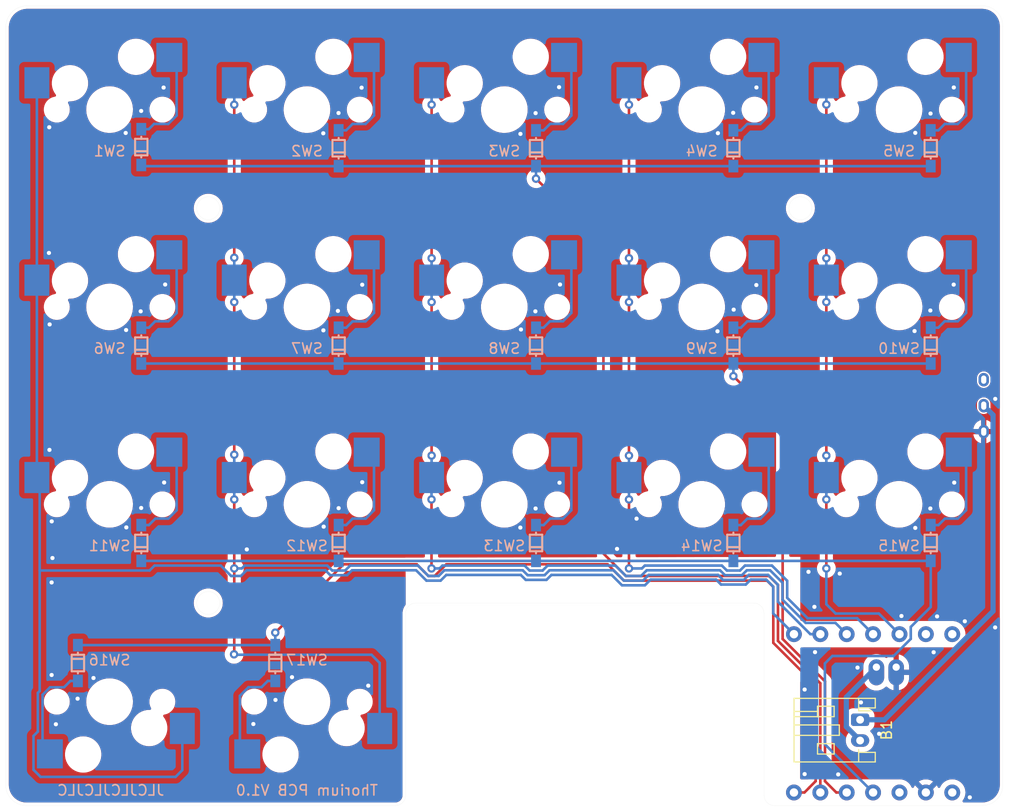
<source format=kicad_pcb>
(kicad_pcb (version 20221018) (generator pcbnew)
  (layers (0 "F.Cu" signal) (31 "B.Cu" signal) (34 "B.Paste" user) (35 "F.Paste" user) (36 "B.SilkS" user "B.Silkscreen") (37 "F.SilkS" user "F.Silkscreen") (38 "B.Mask" user) (39 "F.Mask" user) (44 "Edge.Cuts" user))
  (net 0 "")
  (net 1 "Bat")
  (net 2 "Net-(B1--)")
  (net 3 "Row0")
  (net 4 "Net-(D1-A)")
  (net 5 "Row1")
  (net 6 "Net-(D2-A)")
  (net 7 "Row2")
  (net 8 "Net-(D3-A)")
  (net 9 "Row3")
  (net 10 "Net-(D4-A)")
  (net 11 "Net-(D5-A)")
  (net 12 "Net-(D7-A)")
  (net 13 "Net-(D8-A)")
  (net 14 "Net-(D9-A)")
  (net 15 "Net-(D10-A)")
  (net 16 "Net-(D11-A)")
  (net 17 "Net-(D13-A)")
  (net 18 "Net-(D14-A)")
  (net 19 "Col0")
  (net 20 "Col1")
  (net 21 "Col2")
  (net 22 "Col3")
  (net 23 "Col4")
  (net 24 "GND")
  (net 25 "Net-(D15-A)")
  (net 26 "Net-(D16-A)")
  (net 27 "Net-(D17-A)")
  (net 28 "Net-(D6-A)")
  (net 29 "Net-(D12-A)")
  (footprint "footprint:XIAO_nRF52840_wBAT" (layer "F.Cu") (at 124.5 98.62 -90)
    (fp_text reference "U1" hide)
    (fp_text value "XIAO_nRF52840" hide)
  )
  (footprint "footprint:Diode_SMD" (layer "F.Cu") (at 56.45 91 -90)
    (fp_text reference "D17")
    (fp_text value "D" hide)
  )
  (footprint "footprint:JST_PH_S2B-PH-K_custom" (layer "F.Cu") (at 106 100.24 -90)
    (fp_text reference "B1")
    (fp_text value "BATT")
  )
  (footprint "footprint:CherryMX_Hotswap_1u_19x19" (layer "F.Cu") (at 97.5 59.5)
    (fp_text reference "SW9")
    (fp_text value "SW_PUSH" hide)
  )
  (footprint "footprint:CherryMX_Hotswap_1u_19x19" (layer "F.Cu") (at 59.5 97.5 180)
    (fp_text reference "SW17")
    (fp_text value "SW_PUSH" hide)
  )
  (footprint "footprint:CherryMX_Hotswap_1u_19x19" (layer "F.Cu") (at 40.5 40.5)
    (fp_text reference "SW1")
    (fp_text value "SW_PUSH" hide)
  )
  (footprint "footprint:CherryMX_Hotswap_1u_19x19" (layer "F.Cu") (at 59.5 59.5)
    (fp_text reference "SW7")
    (fp_text value "SW_PUSH" hide)
  )
  (footprint "footprint:CherryMX_Hotswap_1u_19x19" (layer "F.Cu") (at 78.5 59.5)
    (fp_text reference "SW8")
    (fp_text value "SW_PUSH" hide)
  )
  (footprint "footprint:CherryMX_Hotswap_1u_19x19" (layer "F.Cu") (at 78.5 78.5)
    (fp_text reference "SW13")
    (fp_text value "SW_PUSH" hide)
  )
  (footprint "footprint:TGSW_MSK-12D19" (layer "F.Cu") (at 127.4 69 -90)
    (fp_text reference "SW18")
    (fp_text value "SW_SPDT" hide)
  )
  (footprint "footprint:CherryMX_Hotswap_1u_19x19" (layer "F.Cu") (at 40.5 59.5)
    (fp_text reference "SW6")
    (fp_text value "SW_PUSH" hide)
  )
  (footprint "footprint:CherryMX_Hotswap_1u_19x19" (layer "F.Cu") (at 97.5 78.5)
    (fp_text reference "SW14")
    (fp_text value "SW_PUSH" hide)
  )
  (footprint "footprint:CherryMX_Hotswap_1u_19x19" (layer "F.Cu") (at 116.5 78.5)
    (fp_text reference "SW15")
    (fp_text value "SW_PUSH" hide)
  )
  (footprint "footprint:m2_Screw_Hole_EdgeCuts" (layer "F.Cu") (at 50 50)
    (fp_text reference "H1" hide)
    (fp_text value "MountingHole" hide)
    (fp_circle (center 0 0) (end 1.1 0) (stroke (width 0.01)) (fill none) (layer "Edge.Cuts"))
  )
  (footprint "footprint:Diode_SMD" (layer "F.Cu") (at 81.55 66 90)
    (fp_text reference "D8")
    (fp_text value "D" hide)
  )
  (footprint "footprint:CherryMX_Hotswap_1u_19x19" (layer "F.Cu") (at 59.5 78.5)
    (fp_text reference "SW12")
    (fp_text value "SW_PUSH" hide)
  )
  (footprint "footprint:m2_Screw_Hole_EdgeCuts" (layer "F.Cu") (at 50 88)
    (fp_text reference "H3" hide)
    (fp_text value "MountingHole" hide)
    (fp_circle (center 0 0) (end 1.1 0) (stroke (width 0.01)) (fill none) (layer "Edge.Cuts"))
  )
  (footprint "footprint:Diode_SMD" (layer "F.Cu") (at 100.55 47 90)
    (fp_text reference "D4")
    (fp_text value "D" hide)
  )
  (footprint "footprint:Diode_SMD" (layer "F.Cu") (at 43.55 66 90)
    (fp_text reference "D6")
    (fp_text value "D" hide)
  )
  (footprint "footprint:Diode_SMD" (layer "F.Cu") (at 43.55 46.886563 90)
    (fp_text reference "D1")
    (fp_text value "D" hide)
  )
  (footprint "footprint:Diode_SMD" (layer "F.Cu") (at 100.55 85 90)
    (fp_text reference "D14")
    (fp_text value "D" hide)
  )
  (footprint "footprint:Diode_SMD" (layer "F.Cu") (at 81.55 47 90)
    (fp_text reference "D3")
    (fp_text value "D" hide)
  )
  (footprint "footprint:Diode_SMD" (layer "F.Cu") (at 81.55 85 90)
    (fp_text reference "D13")
    (fp_text value "D" hide)
  )
  (footprint "footprint:Diode_SMD" (layer "F.Cu") (at 119.55 85 90)
    (fp_text reference "D15")
    (fp_text value "D" hide)
  )
  (footprint "footprint:CherryMX_Hotswap_1u_19x19" (layer "F.Cu") (at 116.5 59.5)
    (fp_text reference "SW10")
    (fp_text value "SW_PUSH" hide)
  )
  (footprint "footprint:Diode_SMD" (layer "F.Cu") (at 119.55 66 90)
    (fp_text reference "D10")
    (fp_text value "D" hide)
  )
  (footprint "footprint:Diode_SMD" (layer "F.Cu") (at 100.55 66 90)
    (fp_text reference "D9")
    (fp_text value "D" hide)
  )
  (footprint "footprint:Diode_SMD" (layer "F.Cu") (at 37.45 91 -90)
    (fp_text reference "D16")
    (fp_text value "D" hide)
  )
  (footprint "footprint:Diode_SMD" (layer "F.Cu") (at 62.55 47 90)
    (fp_text reference "D2")
    (fp_text value "D" hide)
  )
  (footprint "footprint:CherryMX_Hotswap_1u_19x19" (layer "F.Cu") (at 40.5 97.5 180)
    (fp_text reference "SW16")
    (fp_text value "SW_PUSH" hide)
  )
  (footprint "footprint:Diode_SMD" (layer "F.Cu") (at 43.55 85 90)
    (fp_text reference "D11")
    (fp_text value "D" hide)
  )
  (footprint "footprint:Diode_SMD" (layer "F.Cu") (at 119.55 47 90)
    (fp_text reference "D5")
    (fp_text value "D" hide)
  )
  (footprint "footprint:Diode_SMD" (layer "F.Cu") (at 62.55 85 90)
    (fp_text reference "D12")
    (fp_text value "D" hide)
  )
  (footprint "footprint:CherryMX_Hotswap_1u_19x19" (layer "F.Cu") (at 59.5 40.5)
    (fp_text reference "SW2")
    (fp_text value "SW_PUSH" hide)
  )
  (footprint "footprint:m2_Screw_Hole_EdgeCuts" (layer "F.Cu") (at 107 50)
    (fp_text reference "H2" hide)
    (fp_text value "MountingHole" hide)
    (fp_circle (center 0 0) (end 1.1 0) (stroke (width 0.01)) (fill none) (layer "Edge.Cuts"))
  )
  (footprint "footprint:CherryMX_Hotswap_1u_19x19" (layer "F.Cu") (at 40.5 78.5)
    (fp_text reference "SW11")
    (fp_text value "SW_PUSH" hide)
  )
  (footprint "footprint:CherryMX_Hotswap_1u_19x19" (layer "F.Cu") (at 116.5 40.5)
    (fp_text reference "SW5")
    (fp_text value "SW_PUSH" hide)
  )
  (footprint "footprint:Diode_SMD" (layer "F.Cu") (at 62.55 66 90)
    (fp_text reference "D7")
    (fp_text value "D" hide)
  )
  (footprint "footprint:CherryMX_Hotswap_1u_19x19" (layer "F.Cu") (at 97.5 40.5)
    (fp_text reference "SW4")
    (fp_text value "SW_PUSH" hide)
  )
  (footprint "footprint:CherryMX_Hotswap_1u_19x19" (layer "F.Cu") (at 78.5 40.5)
    (fp_text reference "SW3")
    (fp_text value "SW_PUSH" hide)
  )
  (gr_arc (start 69 106.5) (mid 68.707107 107.207107) (end 68 107.5) (stroke (width 0.01)) (layer "Edge.Cuts"))
  (gr_line (start 68 107.5) (end 32.5 107.5) (stroke (width 0.01)) (layer "Edge.Cuts"))
  (gr_line (start 124.5 30.5) (end 32.5 30.5) (stroke (width 0.01)) (layer "Edge.Cuts"))
  (gr_arc (start 102.5 88) (mid 103.207107 88.292893) (end 103.5 89) (stroke (width 0.01)) (layer "Edge.Cuts"))
  (gr_arc (start 126.5 105.5) (mid 125.91444 106.91444) (end 124.5 107.5) (stroke (width 0.01)) (layer "Edge.Cuts"))
  (gr_line (start 103.5 106.5) (end 103.5 89) (stroke (width 0.01)) (layer "Edge.Cuts"))
  (gr_line (start 126.5 32.5) (end 126.5 105.5) (stroke (width 0.01)) (layer "Edge.Cuts"))
  (gr_line (start 30.5 32.5) (end 30.5 105.5) (stroke (width 0.01)) (layer "Edge.Cuts"))
  (gr_arc (start 32.5 107.5) (mid 31.081876 106.918124) (end 30.5 105.5) (stroke (width 0.01)) (layer "Edge.Cuts"))
  (gr_line (start 102.5 88) (end 70 88) (stroke (width 0.01)) (layer "Edge.Cuts"))
  (gr_line (start 124.5 107.5) (end 104.5 107.5) (stroke (width 0.01)) (layer "Edge.Cuts"))
  (gr_line (start 69 106.5) (end 69 89) (stroke (width 0.01)) (layer "Edge.Cuts"))
  (gr_arc (start 104.5 107.5) (mid 103.792893 107.207107) (end 103.5 106.5) (stroke (width 0.01)) (layer "Edge.Cuts"))
  (gr_arc (start 124.5 30.5) (mid 125.91444 31.08556) (end 126.5 32.5) (stroke (width 0.01)) (layer "Edge.Cuts"))
  (gr_arc (start 69 89) (mid 69.292893 88.292893) (end 70 88) (stroke (width 0.01)) (layer "Edge.Cuts"))
  (gr_arc (start 30.5 32.5) (mid 31.109263 31.109263) (end 32.5 30.5) (stroke (width 0.01)) (layer "Edge.Cuts"))
  (gr_text "Thorium PCB V1.0" (at 59.49 106.03) (layer "B.SilkS") (effects (font (size 1 1)) (justify mirror)))
  (gr_text "JLCJLCJLCJLC" (at 40.61 106.03) (layer "B.SilkS") (effects (font (size 1 1)) (justify mirror)))
  (segment (start 111.425 99.915) (end 112.75 101.24) (width 0.5) (layer "B.Cu") (net 1))
  (segment (start 111.425 97.067) (end 111.425 99.915) (width 0.5) (layer "B.Cu") (net 1))
  (segment (start 114.317 94.175) (end 111.425 97.067) (width 0.5) (layer "B.Cu") (net 1))
  (segment (start 124.65 69) (end 125.55 69.9) (width 0.5) (layer "B.Cu") (net 2))
  (segment (start 115.094027 99.24) (end 112.75 99.24) (width 0.5) (layer "B.Cu") (net 2))
  (segment (start 125.55 88.784027) (end 115.094027 99.24) (width 0.5) (layer "B.Cu") (net 2))
  (segment (start 125.55 69.9) (end 125.55 88.784027) (width 0.5) (layer "B.Cu") (net 2))
  (segment (start 81.55 47.15) (end 88.04 53.64) (width 0.25) (layer "F.Cu") (net 3))
  (segment (start 103.976375 85.396375) (end 104.843 86.263) (width 0.25) (layer "F.Cu") (net 3))
  (segment (start 108.92 95.726396) (end 108.92 106.24) (width 0.25) (layer "F.Cu") (net 3))
  (segment (start 88.04 83.23668) (end 90.199695 85.396375) (width 0.25) (layer "F.Cu") (net 3))
  (segment (start 104.843 91.649396) (end 108.92 95.726396) (width 0.25) (layer "F.Cu") (net 3))
  (segment (start 88.04 53.64) (end 88.04 83.23668) (width 0.25) (layer "F.Cu") (net 3))
  (segment (start 104.843 86.263) (end 104.843 91.649396) (width 0.25) (layer "F.Cu") (net 3))
  (segment (start 90.199695 85.396375) (end 103.976375 85.396375) (width 0.25) (layer "F.Cu") (net 3))
  (via (at 81.55 47.15) (size 0.8) (drill 0.4) (layers "F.Cu" "B.Cu") (net 3))
  (segment (start 43.663437 45.946875) (end 43.55 45.833438) (width 0.25) (layer "B.Cu") (net 3))
  (segment (start 100.55 45.946875) (end 81.55 45.946875) (width 0.25) (layer "B.Cu") (net 3))
  (segment (start 119.55 45.946875) (end 100.55 45.946875) (width 0.25) (layer "B.Cu") (net 3))
  (segment (start 81.55 47.15) (end 81.55 45.946875) (width 0.25) (layer "B.Cu") (net 3))
  (segment (start 62.55 45.946875) (end 43.663437 45.946875) (width 0.25) (layer "B.Cu") (net 3))
  (segment (start 81.55 45.946875) (end 62.55 45.946875) (width 0.25) (layer "B.Cu") (net 3))
  (segment (start 43.55 42.383438) (end 44.276562 42.383438) (width 0.25) (layer "B.Cu") (net 4))
  (segment (start 46.955 41.069544) (end 46.955 36.135) (width 0.25) (layer "B.Cu") (net 4))
  (segment (start 44.276562 42.383438) (end 44.78 41.88) (width 0.25) (layer "B.Cu") (net 4))
  (segment (start 46.144544 41.88) (end 46.955 41.069544) (width 0.25) (layer "B.Cu") (net 4))
  (segment (start 46.955 36.135) (end 46.2 35.38) (width 0.25) (layer "B.Cu") (net 4))
  (segment (start 44.78 41.88) (end 46.144544 41.88) (width 0.25) (layer "B.Cu") (net 4))
  (segment (start 105.293 91.463) (end 105.293 70.903) (width 0.25) (layer "F.Cu") (net 5))
  (segment (start 105.293 70.903) (end 100.55 66.16) (width 0.25) (layer "F.Cu") (net 5))
  (segment (start 109.37 95.54) (end 105.293 91.463) (width 0.25) (layer "F.Cu") (net 5))
  (segment (start 110.457251 106.24) (end 109.37 105.152749) (width 0.25) (layer "F.Cu") (net 5))
  (segment (start 109.37 105.152749) (end 109.37 95.54) (width 0.25) (layer "F.Cu") (net 5))
  (segment (start 111.46 106.24) (end 110.457251 106.24) (width 0.25) (layer "F.Cu") (net 5))
  (via (at 100.55 66.16) (size 0.8) (drill 0.4) (layers "F.Cu" "B.Cu") (net 5))
  (segment (start 81.55 64.946875) (end 100.55 64.946875) (width 0.25) (layer "B.Cu") (net 5))
  (segment (start 62.55 64.946875) (end 81.55 64.946875) (width 0.25) (layer "B.Cu") (net 5))
  (segment (start 43.55 64.946875) (end 62.55 64.946875) (width 0.25) (layer "B.Cu") (net 5))
  (segment (start 100.55 64.946875) (end 100.55 66.16) (width 0.25) (layer "B.Cu") (net 5))
  (segment (start 100.55 64.946875) (end 119.55 64.946875) (width 0.25) (layer "B.Cu") (net 5))
  (segment (start 62.55 42.496875) (end 63.273125 42.496875) (width 0.25) (layer "B.Cu") (net 6))
  (segment (start 65.144544 41.88) (end 65.955 41.069544) (width 0.25) (layer "B.Cu") (net 6))
  (segment (start 63.273125 42.496875) (end 63.89 41.88) (width 0.25) (layer "B.Cu") (net 6))
  (segment (start 65.955 36.135) (end 65.2 35.38) (width 0.25) (layer "B.Cu") (net 6))
  (segment (start 65.955 41.069544) (end 65.955 36.135) (width 0.25) (layer "B.Cu") (net 6))
  (segment (start 63.89 41.88) (end 65.144544 41.88) (width 0.25) (layer "B.Cu") (net 6))
  (segment (start 100.55 83.946875) (end 119.55 83.946875) (width 0.25) (layer "B.Cu") (net 7))
  (segment (start 62.55 83.946875) (end 81.55 83.946875) (width 0.25) (layer "B.Cu") (net 7))
  (segment (start 114 106.24) (end 109.36 101.6) (width 0.25) (layer "B.Cu") (net 7))
  (segment (start 117.627 91.453) (end 117.627 90.303) (width 0.25) (layer "B.Cu") (net 7))
  (segment (start 109.36 93.82) (end 110.08 93.1) (width 0.25) (layer "B.Cu") (net 7))
  (segment (start 109.36 101.6) (end 109.36 93.82) (width 0.25) (layer "B.Cu") (net 7))
  (segment (start 81.55 83.946875) (end 100.55 83.946875) (width 0.25) (layer "B.Cu") (net 7))
  (segment (start 119.55 88.38) (end 119.55 83.946875) (width 0.25) (layer "B.Cu") (net 7))
  (segment (start 117.627 90.303) (end 119.55 88.38) (width 0.25) (layer "B.Cu") (net 7))
  (segment (start 110.08 93.1) (end 115.98 93.1) (width 0.25) (layer "B.Cu") (net 7))
  (segment (start 43.55 83.946875) (end 62.55 83.946875) (width 0.25) (layer "B.Cu") (net 7))
  (segment (start 115.98 93.1) (end 117.627 91.453) (width 0.25) (layer "B.Cu") (net 7))
  (segment (start 82.905 41.875) (end 84.149544 41.875) (width 0.25) (layer "B.Cu") (net 8))
  (segment (start 82.283125 42.496875) (end 82.905 41.875) (width 0.25) (layer "B.Cu") (net 8))
  (segment (start 81.55 42.496875) (end 82.283125 42.496875) (width 0.25) (layer "B.Cu") (net 8))
  (segment (start 84.955 41.069544) (end 84.955 36.135) (width 0.25) (layer "B.Cu") (net 8))
  (segment (start 84.149544 41.875) (end 84.955 41.069544) (width 0.25) (layer "B.Cu") (net 8))
  (segment (start 84.955 36.135) (end 84.2 35.38) (width 0.25) (layer "B.Cu") (net 8))
  (segment (start 107.833 105.797) (end 107.39 106.24) (width 0.25) (layer "F.Cu") (net 9))
  (segment (start 71.189695 85.396375) (end 71.790305 85.396375) (width 0.25) (layer "F.Cu") (net 9))
  (segment (start 72.91668 84.27) (end 88.436924 84.27) (width 0.25) (layer "F.Cu") (net 9))
  (segment (start 108.469749 105.153) (end 107.833 105.789749) (width 0.25) (layer "F.Cu") (net 9))
  (segment (start 70.765 84.965) (end 70.765 84.97168) (width 0.25) (layer "F.Cu") (net 9))
  (segment (start 56.45 90.85) (end 63.03 84.27) (width 0.25) (layer "F.Cu") (net 9))
  (segment (start 104.393 86.449396) (end 104.393 91.835792) (width 0.25) (layer "F.Cu") (net 9))
  (segment (start 107.833 105.789749) (end 107.833 105.797) (width 0.25) (layer "F.Cu") (net 9))
  (segment (start 108.469749 95.912541) (end 108.469749 105.153) (width 0.25) (layer "F.Cu") (net 9))
  (segment (start 63.03 84.27) (end 70.07 84.27) (width 0.25) (layer "F.Cu") (net 9))
  (segment (start 90.013299 85.846375) (end 103.789979 85.846375) (width 0.25) (layer "F.Cu") (net 9))
  (segment (start 88.436924 84.27) (end 90.013299 85.846375) (width 0.25) (layer "F.Cu") (net 9))
  (segment (start 103.789979 85.846375) (end 104.393 86.449396) (width 0.25) (layer "F.Cu") (net 9))
  (segment (start 104.393 91.835792) (end 108.469749 95.912541) (width 0.25) (layer "F.Cu") (net 9))
  (segment (start 70.765 84.97168) (end 71.189695 85.396375) (width 0.25) (layer "F.Cu") (net 9))
  (segment (start 71.790305 85.396375) (end 72.91668 84.27) (width 0.25) (layer "F.Cu") (net 9))
  (segment (start 107.39 106.24) (end 106.38 106.24) (width 0.25) (layer "F.Cu") (net 9))
  (segment (start 70.07 84.27) (end 70.765 84.965) (width 0.25) (layer "F.Cu") (net 9))
  (via (at 56.45 90.85) (size 0.8) (drill 0.4) (layers "F.Cu" "B.Cu") (net 9))
  (segment (start 56.45 92.053125) (end 37.45 92.053125) (width 0.25) (layer "B.Cu") (net 9))
  (segment (start 56.45 90.85) (end 56.45 92.053125) (width 0.25) (layer "B.Cu") (net 9))
  (segment (start 103.955 36.135) (end 103.2 35.38) (width 0.25) (layer "B.Cu") (net 10))
  (segment (start 101.273125 42.496875) (end 101.89 41.88) (width 0.25) (layer "B.Cu") (net 10))
  (segment (start 103.955 41.069544) (end 103.955 36.135) (width 0.25) (layer "B.Cu") (net 10))
  (segment (start 100.55 42.496875) (end 101.273125 42.496875) (width 0.25) (layer "B.Cu") (net 10))
  (segment (start 103.144544 41.88) (end 103.955 41.069544) (width 0.25) (layer "B.Cu") (net 10))
  (segment (start 101.89 41.88) (end 103.144544 41.88) (width 0.25) (layer "B.Cu") (net 10))
  (segment (start 120.283125 42.496875) (end 120.9 41.88) (width 0.25) (layer "B.Cu") (net 11))
  (segment (start 122.144544 41.88) (end 122.955 41.069544) (width 0.25) (layer "B.Cu") (net 11))
  (segment (start 119.55 42.496875) (end 120.283125 42.496875) (width 0.25) (layer "B.Cu") (net 11))
  (segment (start 122.955 36.135) (end 122.2 35.38) (width 0.25) (layer "B.Cu") (net 11))
  (segment (start 120.9 41.88) (end 122.144544 41.88) (width 0.25) (layer "B.Cu") (net 11))
  (segment (start 122.955 41.069544) (end 122.955 36.135) (width 0.25) (layer "B.Cu") (net 11))
  (segment (start 62.55 61.496875) (end 63.283125 61.496875) (width 0.25) (layer "B.Cu") (net 12))
  (segment (start 65.955 60.069544) (end 65.955 55.135) (width 0.25) (layer "B.Cu") (net 12))
  (segment (start 65.955 55.135) (end 65.2 54.38) (width 0.25) (layer "B.Cu") (net 12))
  (segment (start 63.89 60.89) (end 65.134544 60.89) (width 0.25) (layer "B.Cu") (net 12))
  (segment (start 63.283125 61.496875) (end 63.89 60.89) (width 0.25) (layer "B.Cu") (net 12))
  (segment (start 65.134544 60.89) (end 65.955 60.069544) (width 0.25) (layer "B.Cu") (net 12))
  (segment (start 84.955 60.069544) (end 84.955 55.135) (width 0.25) (layer "B.Cu") (net 13))
  (segment (start 84.955 55.135) (end 84.2 54.38) (width 0.25) (layer "B.Cu") (net 13))
  (segment (start 81.55 61.496875) (end 82.273125 61.496875) (width 0.25) (layer "B.Cu") (net 13))
  (segment (start 82.273125 61.496875) (end 82.89 60.88) (width 0.25) (layer "B.Cu") (net 13))
  (segment (start 82.89 60.88) (end 84.144544 60.88) (width 0.25) (layer "B.Cu") (net 13))
  (segment (start 84.144544 60.88) (end 84.955 60.069544) (width 0.25) (layer "B.Cu") (net 13))
  (segment (start 103.955 60.069544) (end 103.955 55.135) (width 0.25) (layer "B.Cu") (net 14))
  (segment (start 101.89 60.88) (end 103.144544 60.88) (width 0.25) (layer "B.Cu") (net 14))
  (segment (start 100.55 61.496875) (end 101.273125 61.496875) (width 0.25) (layer "B.Cu") (net 14))
  (segment (start 103.144544 60.88) (end 103.955 60.069544) (width 0.25) (layer "B.Cu") (net 14))
  (segment (start 101.273125 61.496875) (end 101.89 60.88) (width 0.25) (layer "B.Cu") (net 14))
  (segment (start 103.955 55.135) (end 103.2 54.38) (width 0.25) (layer "B.Cu") (net 14))
  (segment (start 122.955 55.135) (end 122.2 54.38) (width 0.25) (layer "B.Cu") (net 15))
  (segment (start 122.144544 60.88) (end 122.955 60.069544) (width 0.25) (layer "B.Cu") (net 15))
  (segment (start 120.89 60.88) (end 122.144544 60.88) (width 0.25) (layer "B.Cu") (net 15))
  (segment (start 120.273125 61.496875) (end 120.89 60.88) (width 0.25) (layer "B.Cu") (net 15))
  (segment (start 119.55 61.496875) (end 120.273125 61.496875) (width 0.25) (layer "B.Cu") (net 15))
  (segment (start 122.955 60.069544) (end 122.955 55.135) (width 0.25) (layer "B.Cu") (net 15))
  (segment (start 46.955 79.069544) (end 46.955 74.135) (width 0.25) (layer "B.Cu") (net 16))
  (segment (start 46.149544 79.875) (end 46.955 79.069544) (width 0.25) (layer "B.Cu") (net 16))
  (segment (start 44.905 79.875) (end 46.149544 79.875) (width 0.25) (layer "B.Cu") (net 16))
  (segment (start 44.283125 80.496875) (end 44.905 79.875) (width 0.25) (layer "B.Cu") (net 16))
  (segment (start 43.55 80.496875) (end 44.283125 80.496875) (width 0.25) (layer "B.Cu") (net 16))
  (segment (start 46.955 74.135) (end 46.2 73.38) (width 0.25) (layer "B.Cu") (net 16))
  (segment (start 81.55 80.496875) (end 82.283125 80.496875) (width 0.25) (layer "B.Cu") (net 17))
  (segment (start 84.955 74.135) (end 84.2 73.38) (width 0.25) (layer "B.Cu") (net 17))
  (segment (start 84.149544 79.875) (end 84.955 79.069544) (width 0.25) (layer "B.Cu") (net 17))
  (segment (start 84.955 79.069544) (end 84.955 74.135) (width 0.25) (layer "B.Cu") (net 17))
  (segment (start 82.905 79.875) (end 84.149544 79.875) (width 0.25) (layer "B.Cu") (net 17))
  (segment (start 82.283125 80.496875) (end 82.905 79.875) (width 0.25) (layer "B.Cu") (net 17))
  (segment (start 100.55 80.496875) (end 101.273125 80.496875) (width 0.25) (layer "B.Cu") (net 18))
  (segment (start 103.955 74.135) (end 103.2 73.38) (width 0.25) (layer "B.Cu") (net 18))
  (segment (start 103.144544 79.88) (end 103.955 79.069544) (width 0.25) (layer "B.Cu") (net 18))
  (segment (start 101.89 79.88) (end 103.144544 79.88) (width 0.25) (layer "B.Cu") (net 18))
  (segment (start 103.955 79.069544) (end 103.955 74.135) (width 0.25) (layer "B.Cu") (net 18))
  (segment (start 101.273125 80.496875) (end 101.89 79.88) (width 0.25) (layer "B.Cu") (net 18))
  (segment (start 92.032813 86.296375) (end 89.826903 86.296375) (width 0.25) (layer "B.Cu") (net 19))
  (segment (start 98.887687 85.746875) (end 92.582313 85.746875) (width 0.25) (layer "B.Cu") (net 19))
  (segment (start 92.582313 85.746875) (end 92.032813 86.296375) (width 0.25) (layer "B.Cu") (net 19))
  (segment (start 47.5 104.09) (end 47.5 100.08) (width 0.25) (layer "B.Cu") (net 19))
  (segment (start 71.003299 85.846375) (end 70.003799 84.846875) (width 0.25) (layer "B.Cu") (net 19))
  (segment (start 33.175 100.795) (end 33.175 104.055) (width 0.25) (layer "B.Cu") (net 19))
  (segment (start 70.003799 84.846875) (end 63.839521 84.846875) (width 0.25) (layer "B.Cu") (net 19))
  (segment (start 104.38 89) (end 104.38 86.42) (width 0.25) (layer "B.Cu") (net 19))
  (segment (start 72.915917 85.296875) (end 72.366417 85.846375) (width 0.25) (layer "B.Cu") (net 19))
  (segment (start 80.084083 85.296875) (end 72.915917 85.296875) (width 0.25) (layer "B.Cu") (net 19))
  (segment (start 72.366417 85.846375) (end 71.003299 85.846375) (width 0.25) (layer "B.Cu") (net 19))
  (segment (start 33.5 75.92) (end 33.77 76.19) (width 0.25) (layer "B.Cu") (net 19))
  (segment (start 33.595 96.648604) (end 33.595 100.375) (width 0.25) (layer "B.Cu") (net 19))
  (segment (start 52.199695 85.396375) (end 51.200195 84.396875) (width 0.25) (layer "B.Cu") (net 19))
  (segment (start 33.5 56.92) (end 33.5 75.92) (width 0.25) (layer "B.Cu") (net 19))
  (segment (start 89.826903 86.296375) (end 88.827403 85.296875) (width 0.25) (layer "B.Cu") (net 19))
  (segment (start 33.5 37.92) (end 33.5 56.92) (width 0.25) (layer "B.Cu") (net 19))
  (segment (start 33.77 76.19) (end 33.77 84.87) (width 0.25) (layer "B.Cu") (net 19))
  (segment (start 99.362687 86.221875) (end 98.887687 85.746875) (width 0.25) (layer "B.Cu") (net 19))
  (segment (start 51.200195 84.396875) (end 44.825 84.396875) (width 0.25) (layer "B.Cu") (net 19))
  (segment (start 63.839521 84.846875) (end 63.364521 85.321875) (width 0.25) (layer "B.Cu") (net 19))
  (segment (start 104.38 86.42) (end 103.706875 85.746875) (width 0.25) (layer "B.Cu") (net 19))
  (segment (start 61.270479 84.846875) (end 53.689521 84.846875) (width 0.25) (layer "B.Cu") (net 19))
  (segment (start 82.560917 85.771875) (end 80.559083 85.771875) (width 0.25) (layer "B.Cu") (net 19))
  (segment (start 101.747313 86.221875) (end 99.362687 86.221875) (width 0.25) (layer "B.Cu") (net 19))
  (segment (start 106.38 91) (end 104.38 89) (width 0.25) (layer "B.Cu") (net 19))
  (segment (start 53.140021 85.396375) (end 52.199695 85.396375) (width 0.25) (layer "B.Cu") (net 19))
  (segment (start 80.559083 85.771875) (end 80.084083 85.296875) (width 0.25) (layer "B.Cu") (net 19))
  (segment (start 33.175 104.055) (end 33.86 104.74) (width 0.25) (layer "B.Cu") (net 19))
  (segment (start 103.706875 85.746875) (end 102.222313 85.746875) (width 0.25) (layer "B.Cu") (net 19))
  (segment (start 61.745479 85.321875) (end 61.270479 84.846875) (width 0.25) (layer "B.Cu") (net 19))
  (segment (start 44.825 84.396875) (end 44.35 84.871875) (width 0.25) (layer "B.Cu") (net 19))
  (segment (start 44.35 84.871875) (end 33.771875 84.871875) (width 0.25) (layer "B.Cu") (net 19))
  (segment (start 53.689521 84.846875) (end 53.140021 85.396375) (width 0.25) (layer "B.Cu") (net 19))
  (segment (start 88.827403 85.296875) (end 83.035917 85.296875) (width 0.25) (layer "B.Cu") (net 19))
  (segment (start 33.86 104.74) (end 46.85 104.74) (width 0.25) (layer "B.Cu") (net 19))
  (segment (start 63.364521 85.321875) (end 61.745479 85.321875) (width 0.25) (layer "B.Cu") (net 19))
  (segment (start 33.77 96.473604) (end 33.595 96.648604) (width 0.25) (layer "B.Cu") (net 19))
  (segment (start 33.595 100.375) (end 33.175 100.795) (width 0.25) (layer "B.Cu") (net 19))
  (segment (start 102.222313 85.746875) (end 101.747313 86.221875) (width 0.25) (layer "B.Cu") (net 19))
  (segment (start 83.035917 85.296875) (end 82.560917 85.771875) (width 0.25) (layer "B.Cu") (net 19))
  (segment (start 46.85 104.74) (end 47.5 104.09) (width 0.25) (layer "B.Cu") (net 19))
  (segment (start 33.77 84.87) (end 33.77 96.473604) (width 0.25) (layer "B.Cu") (net 19))
  (segment (start 33.771875 84.871875) (end 33.77 84.87) (width 0.25) (layer "B.Cu") (net 19))
  (segment (start 52.5 59.03) (end 52.5 73.72) (width 0.25) (layer "F.Cu") (net 20))
  (segment (start 52.48 92.94) (end 52.5 92.92) (width 0.25) (layer "F.Cu") (net 20))
  (segment (start 52.5 40.03) (end 52.5 54.76) (width 0.25) (layer "F.Cu") (net 20))
  (segment (start 52.5 92.92) (end 52.5 84.671375) (width 0.25) (layer "F.Cu") (net 20))
  (segment (start 52.5 84.671375) (end 52.5 78.03) (width 0.25) (layer "F.Cu") (net 20))
  (via (at 52.5 54.76) (size 0.8) (drill 0.4) (layers "F.Cu" "B.Cu") (net 20))
  (via (at 52.5 59.03) (size 0.8) (drill 0.4) (layers "F.Cu" "B.Cu") (net 20))
  (via (at 52.48 92.94) (size 0.8) (drill 0.4) (layers "F.Cu" "B.Cu") (net 20))
  (via (at 52.5 73.72) (size 0.8) (drill 0.4) (layers "F.Cu" "B.Cu") (net 20))
  (via (at 52.5 78.03) (size 0.8) (drill 0.4) (layers "F.Cu" "B.Cu") (net 20))
  (via (at 52.5 40.03) (size 0.8) (drill 0.4) (layers "F.Cu" "B.Cu") (net 20))
  (via (at 52.5 84.671375) (size 0.8) (drill 0.4) (layers "F.Cu" "B.Cu") (net 20))
  (segment (start 52.5 84.671375) (end 53.228625 84.671375) (width 0.25) (layer "B.Cu") (net 20))
  (segment (start 61.931875 84.871875) (end 63.178125 84.871875) (width 0.25) (layer "B.Cu") (net 20))
  (segment (start 99.074083 85.296875) (end 99.549083 85.771875) (width 0.25) (layer "B.Cu") (net 20))
  (segment (start 61.456875 84.396875) (end 61.931875 84.871875) (width 0.25) (layer "B.Cu") (net 20))
  (segment (start 52.5 56.92) (end 52.5 59.03) (width 0.25) (layer "B.Cu") (net 20))
  (segment (start 70.190195 84.396875) (end 71.189695 85.396375) (width 0.25) (layer "B.Cu") (net 20))
  (segment (start 99.549083 85.771875) (end 101.560917 85.771875) (width 0.25) (layer "B.Cu") (net 20))
  (segment (start 80.270479 84.846875) (end 80.745479 85.321875) (width 0.25) (layer "B.Cu") (net 20))
  (segment (start 66.5 93.77) (end 66.5 100.08) (width 0.25) (layer "B.Cu") (net 20))
  (segment (start 82.374521 85.321875) (end 82.849521 84.846875) (width 0.25) (layer "B.Cu") (net 20))
  (segment (start 65.71 92.98) (end 66.5 93.77) (width 0.25) (layer "B.Cu") (net 20))
  (segment (start 52.5 37.92) (end 52.5 40.03) (width 0.25) (layer "B.Cu") (net 20))
  (segment (start 72.180021 85.396375) (end 72.729521 84.846875) (width 0.25) (layer "B.Cu") (net 20))
  (segment (start 80.745479 85.321875) (end 82.374521 85.321875) (width 0.25) (layer "B.Cu") (net 20))
  (segment (start 71.189695 85.396375) (end 72.180021 85.396375) (width 0.25) (layer "B.Cu") (net 20))
  (segment (start 82.849521 84.846875) (end 89.013799 84.846875) (width 0.25) (layer "B.Cu") (net 20))
  (segment (start 63.653125 84.396875) (end 70.190195 84.396875) (width 0.25) (layer "B.Cu") (net 20))
  (segment (start 104.83 87.87) (end 107.96 91) (width 0.25) (layer "B.Cu") (net 20))
  (segment (start 52.5 54.76) (end 52.5 56.92) (width 0.25) (layer "B.Cu") (net 20))
  (segment (start 52.52 92.98) (end 65.71 92.98) (width 0.25) (layer "B.Cu") (net 20))
  (segment (start 102.035917 85.296875) (end 103.893271 85.296875) (width 0.25) (layer "B.Cu") (net 20))
  (segment (start 52.5 73.72) (end 52.5 75.92) (width 0.25) (layer "B.Cu") (net 20))
  (segment (start 101.560917 85.771875) (end 102.035917 85.296875) (width 0.25) (layer "B.Cu") (net 20))
  (segment (start 91.846417 85.846375) (end 92.395917 85.296875) (width 0.25) (layer "B.Cu") (net 20))
  (segment (start 52.5 75.92) (end 52.5 78.03) (width 0.25) (layer "B.Cu") (net 20))
  (segment (start 103.893271 85.296875) (end 104.83 86.233604) (width 0.25) (layer "B.Cu") (net 20))
  (segment (start 92.395917 85.296875) (end 99.074083 85.296875) (width 0.25) (layer "B.Cu") (net 20))
  (segment (start 104.83 86.233604) (end 104.83 87.87) (width 0.25) (layer "B.Cu") (net 20))
  (segment (start 53.503125 84.396875) (end 61.456875 84.396875) (width 0.25) (layer "B.Cu") (net 20))
  (segment (start 90.013299 85.846375) (end 91.846417 85.846375) (width 0.25) (layer "B.Cu") (net 20))
  (segment (start 89.013799 84.846875) (end 90.013299 85.846375) (width 0.25) (layer "B.Cu") (net 20))
  (segment (start 53.228625 84.671375) (end 53.503125 84.396875) (width 0.25) (layer "B.Cu") (net 20))
  (segment (start 63.178125 84.871875) (end 63.653125 84.396875) (width 0.25) (layer "B.Cu") (net 20))
  (segment (start 52.48 92.94) (end 52.52 92.98) (width 0.25) (layer "B.Cu") (net 20))
  (segment (start 107.96 91) (end 108.92 91) (width 0.25) (layer "B.Cu") (net 20))
  (segment (start 72.729521 84.846875) (end 80.270479 84.846875) (width 0.25) (layer "B.Cu") (net 20))
  (segment (start 71.49 84.671375) (end 71.49 78.03) (width 0.25) (layer "F.Cu") (net 21))
  (segment (start 71.5 59.03) (end 71.5 73.81) (width 0.25) (layer "F.Cu") (net 21))
  (segment (start 71.5 40.03) (end 71.5 54.81) (width 0.25) (layer "F.Cu") (net 21))
  (via (at 71.5 73.81) (size 0.8) (drill 0.4) (layers "F.Cu" "B.Cu") (net 21))
  (via (at 71.5 40.03) (size 0.8) (drill 0.4) (layers "F.Cu" "B.Cu") (net 21))
  (via (at 71.49 78.03) (size 0.8) (drill 0.4) (layers "F.Cu" "B.Cu") (net 21))
  (via (at 71.49 84.671375) (size 0.8) (drill 0.4) (layers "F.Cu" "B.Cu") (net 21))
  (via (at 71.5 54.81) (size 0.8) (drill 0.4) (layers "F.Cu" "B.Cu") (net 21))
  (via (at 71.5 59.03) (size 0.8) (drill 0.4) (layers "F.Cu" "B.Cu") (net 21))
  (segment (start 82.188125 84.871875) (end 82.663125 84.396875) (width 0.25) (layer "B.Cu") (net 21))
  (segment (start 71.5 37.92) (end 71.5 40.03) (width 0.25) (layer "B.Cu") (net 21))
  (segment (start 91.660021 85.396375) (end 92.209521 84.846875) (width 0.25) (layer "B.Cu") (net 21))
  (segment (start 105.28 87.683604) (end 107.509396 89.913) (width 0.25) (layer "B.Cu") (net 21))
  (segment (start 104.079667 84.846875) (end 105.28 86.047208) (width 0.25) (layer "B.Cu") (net 21))
  (segment (start 71.49 78.03) (end 71.49 75.93) (width 0.25) (layer "B.Cu") (net 21))
  (segment (start 71.5 73.81) (end 71.5 75.92) (width 0.25) (layer "B.Cu") (net 21))
  (segment (start 90.199695 85.396375) (end 91.660021 85.396375) (width 0.25) (layer "B.Cu") (net 21))
  (segment (start 105.28 86.047208) (end 105.28 87.683604) (width 0.25) (layer "B.Cu") (net 21))
  (segment (start 89.200195 84.396875) (end 90.199695 85.396375) (width 0.25) (layer "B.Cu") (net 21))
  (segment (start 71.5 54.81) (end 71.5 56.92) (width 0.25) (layer "B.Cu") (net 21))
  (segment (start 110.373 89.913) (end 111.46 91) (width 0.25) (layer "B.Cu") (net 21))
  (segment (start 71.49 84.671375) (end 72.268625 84.671375) (width 0.25) (layer "B.Cu") (net 21))
  (segment (start 92.209521 84.846875) (end 99.260479 84.846875) (width 0.25) (layer "B.Cu") (net 21))
  (segment (start 82.663125 84.396875) (end 89.200195 84.396875) (width 0.25) (layer "B.Cu") (net 21))
  (segment (start 99.260479 84.846875) (end 99.735479 85.321875) (width 0.25) (layer "B.Cu") (net 21))
  (segment (start 80.456875 84.396875) (end 80.931875 84.871875) (width 0.25) (layer "B.Cu") (net 21))
  (segment (start 71.49 75.93) (end 71.5 75.92) (width 0.25) (layer "B.Cu") (net 21))
  (segment (start 80.931875 84.871875) (end 82.188125 84.871875) (width 0.25) (layer "B.Cu") (net 21))
  (segment (start 72.543125 84.396875) (end 80.456875 84.396875) (width 0.25) (layer "B.Cu") (net 21))
  (segment (start 71.5 56.92) (end 71.5 59.03) (width 0.25) (layer "B.Cu") (net 21))
  (segment (start 101.374521 85.321875) (end 101.849521 84.846875) (width 0.25) (layer "B.Cu") (net 21))
  (segment (start 107.509396 89.913) (end 110.373 89.913) (width 0.25) (layer "B.Cu") (net 21))
  (segment (start 72.268625 84.671375) (end 72.543125 84.396875) (width 0.25) (layer "B.Cu") (net 21))
  (segment (start 99.735479 85.321875) (end 101.374521 85.321875) (width 0.25) (layer "B.Cu") (net 21))
  (segment (start 101.849521 84.846875) (end 104.079667 84.846875) (width 0.25) (layer "B.Cu") (net 21))
  (segment (start 90.5 84.671375) (end 90.5 78.03) (width 0.25) (layer "F.Cu") (net 22))
  (segment (start 90.5 40.03) (end 90.5 54.81) (width 0.25) (layer "F.Cu") (net 22))
  (segment (start 90.5 59.03) (end 90.5 73.81) (width 0.25) (layer "F.Cu") (net 22))
  (via (at 90.5 59.03) (size 0.8) (drill 0.4) (layers "F.Cu" "B.Cu") (net 22))
  (via (at 90.5 78.03) (size 0.8) (drill 0.4) (layers "F.Cu" "B.Cu") (net 22))
  (via (at 90.5 54.81) (size 0.8) (drill 0.4) (layers "F.Cu" "B.Cu") (net 22))
  (via (at 90.5 84.671375) (size 0.8) (drill 0.4) (layers "F.Cu" "B.Cu") (net 22))
  (via (at 90.5 40.03) (size 0.8) (drill 0.4) (layers "F.Cu" "B.Cu") (net 22))
  (via (at 90.5 73.81) (size 0.8) (drill 0.4) (layers "F.Cu" "B.Cu") (net 22))
  (segment (start 112.463 89.463) (end 114 91) (width 0.25) (layer "B.Cu") (net 22))
  (segment (start 105.73 87.497208) (end 107.695792 89.463) (width 0.25) (layer "B.Cu") (net 22))
  (segment (start 90.5 84.671375) (end 91.748625 84.671375) (width 0.25) (layer "B.Cu") (net 22))
  (segment (start 90.5 73.81) (end 90.5 75.92) (width 0.25) (layer "B.Cu") (net 22))
  (segment (start 101.663125 84.396875) (end 104.266063 84.396875) (width 0.25) (layer "B.Cu") (net 22))
  (segment (start 90.5 75.92) (end 90.5 78.03) (width 0.25) (layer "B.Cu") (net 22))
  (segment (start 91.748625 84.671375) (end 92.023125 84.396875) (width 0.25) (layer "B.Cu") (net 22))
  (segment (start 99.921875 84.871875) (end 101.188125 84.871875) (width 0.25) (layer "B.Cu") (net 22))
  (segment (start 90.5 37.92) (end 90.5 40.03) (width 0.25) (layer "B.Cu") (net 22))
  (segment (start 99.446875 84.396875) (end 99.921875 84.871875) (width 0.25) (layer "B.Cu") (net 22))
  (segment (start 101.188125 84.871875) (end 101.663125 84.396875) (width 0.25) (layer "B.Cu") (net 22))
  (segment (start 107.695792 89.463) (end 112.463 89.463) (width 0.25) (layer "B.Cu") (net 22))
  (segment (start 92.023125 84.396875) (end 99.446875 84.396875) (width 0.25) (layer "B.Cu") (net 22))
  (segment (start 104.266063 84.396875) (end 105.73 85.860812) (width 0.25) (layer "B.Cu") (net 22))
  (segment (start 105.73 85.860812) (end 105.73 87.497208) (width 0.25) (layer "B.Cu") (net 22))
  (segment (start 90.5 56.92) (end 90.5 59.03) (width 0.25) (layer "B.Cu") (net 22))
  (segment (start 90.5 54.81) (end 90.5 56.92) (width 0.25) (layer "B.Cu") (net 22))
  (segment (start 109.5 40.02) (end 109.5 54.81) (width 0.25) (layer "F.Cu") (net 23))
  (segment (start 109.5 84.671375) (end 109.5 78.03) (width 0.25) (layer "F.Cu") (net 23))
  (segment (start 109.5 59.03) (end 109.5 73.81) (width 0.25) (layer "F.Cu") (net 23))
  (via (at 109.5 84.671375) (size 0.8) (drill 0.4) (layers "F.Cu" "B.Cu") (net 23))
  (via (at 109.5 78.03) (size 0.8) (drill 0.4) (layers "F.Cu" "B.Cu") (net 23))
  (via (at 109.5 73.81) (size 0.8) (drill 0.4) (layers "F.Cu" "B.Cu") (net 23))
  (via (at 109.5 54.81) (size 0.8) (drill 0.4) (layers "F.Cu" "B.Cu") (net 23))
  (via (at 109.5 59.03) (size 0.8) (drill 0.4) (layers "F.Cu" "B.Cu") (net 23))
  (via (at 109.5 40.02) (size 0.8) (drill 0.4) (layers "F.Cu" "B.Cu") (net 23))
  (segment (start 114.553 89.013) (end 116.54 91) (width 0.25) (layer "B.Cu") (net 23))
  (segment (start 109.5 56.92) (end 109.5 59.03) (width 0.25) (layer "B.Cu") (net 23))
  (segment (start 109.5 88.12) (end 110.393 89.013) (width 0.25) (layer "B.Cu") (net 23))
  (segment (start 110.393 89.013) (end 114.553 89.013) (width 0.25) (layer "B.Cu") (net 23))
  (segment (start 109.5 54.81) (end 109.5 56.92) (width 0.25) (layer "B.Cu") (net 23))
  (segment (start 109.5 37.92) (end 109.5 40.02) (width 0.25) (layer "B.Cu") (net 23))
  (segment (start 109.5 75.92) (end 109.5 78.03) (width 0.25) (layer "B.Cu") (net 23))
  (segment (start 109.5 73.81) (end 109.5 75.92) (width 0.25) (layer "B.Cu") (net 23))
  (segment (start 109.5 84.671375) (end 109.5 88.12) (width 0.25) (layer "B.Cu") (net 23))
  (via (at 35.33 99.67) (size 0.8) (drill 0.4) (layers "F.Cu" "B.Cu") (net 24))
  (via (at 121.81 76.41) (size 0.8) (drill 0.4) (layers "F.Cu" "B.Cu") (net 24))
  (via (at 89.35 82.79) (size 0.8) (drill 0.4) (layers "F.Cu" "B.Cu") (net 24))
  (via (at 34.73 61.18) (size 0.8) (drill 0.4) (layers "F.Cu" "B.Cu") (net 24))
  (via (at 43.49 59.92) (size 0.8) (drill 0.4) (layers "F.Cu" "B.Cu") (net 24))
  (via (at 80.05 42.84) (size 0.8) (drill 0.4) (layers "F.Cu" "B.Cu") (net 24))
  (via (at 42.05 42.75) (size 0.8) (drill 0.4) (layers "F.Cu" "B.Cu") (net 24))
  (via (at 65.4 95.96) (size 0.8) (drill 0.4) (layers "F.Cu" "B.Cu") (net 24))
  (via (at 112.5 94.22) (size 0.8) (drill 0.4) (layers "F.Cu" "B.Cu") (net 24))
  (via (at 62.54 40.83) (size 0.8) (drill 0.4) (layers "F.Cu" "B.Cu") (net 24))
  (via (at 42.11 80.72) (size 0.8) (drill 0.4) (layers "F.Cu" "B.Cu") (net 24))
  (via (at 119.51 78.9) (size 0.8) (drill 0.4) (layers "F.Cu" "B.Cu") (net 24))
  (via (at 121.76 57.35) (size 0.8) (drill 0.4) (layers "F.Cu" "B.Cu") (net 24))
  (via (at 35 83.67) (size 0.8) (drill 0.4) (layers "F.Cu" "B.Cu") (net 24))
  (via (at 119.53 40.88) (size 0.8) (drill 0.4) (layers "F.Cu" "B.Cu") (net 24))
  (via (at 38.95 95.22) (size 0.8) (drill 0.4) (layers "F.Cu" "B.Cu") (net 24))
  (via (at 34.66 54.3) (size 0.8) (drill 0.4) (layers "F.Cu" "B.Cu") (net 24))
  (via (at 58.06 95.14) (size 0.8) (drill 0.4) (layers "F.Cu" "B.Cu") (net 24))
  (via (at 114.58 100.59) (size 0.8) (drill 0.4) (layers "F.Cu" "B.Cu") (net 24))
  (via (at 108.41 92.73) (size 0.8) (drill 0.4) (layers "F.Cu" "B.Cu") (net 24))
  (via (at 61.07 42.78) (size 0.8) (drill 0.4) (layers "F.Cu" "B.Cu") (net 24))
  (via (at 102.77 38.37) (size 0.8) (drill 0.4) (layers "F.Cu" "B.Cu") (net 24))
  (via (at 112.83 97.57) (size 0.8) (drill 0.4) (layers "F.Cu" "B.Cu") (net 24))
  (via (at 122.83 89.76) (size 0.8) (drill 0.4) (layers "F.Cu" "B.Cu") (net 24))
  (via (at 45.7 38.38) (size 0.8) (drill 0.4) (layers "F.Cu" "B.Cu") (net 24))
  (via (at 120.16 89.29) (size 0.8) (drill 0.4) (layers "F.Cu" "B.Cu") (net 24))
  (via (at 61.08 61.75) (size 0.8) (drill 0.4) (layers "F.Cu" "B.Cu") (net 24))
  (via (at 64.82 57.36) (size 0.8) (drill 0.4) (layers "F.Cu" "B.Cu") (net 24))
  (via (at 118.06 42.74) (size 0.8) (drill 0.4) (layers "F.Cu" "B.Cu") (net 24))
  (via (at 119.83 92.74) (size 0.8) (drill 0.4) (layers "F.Cu" "B.Cu") (net 24))
  (via (at 34.92 86.02) (size 0.8) (drill 0.4) (layers "F.Cu" "B.Cu") (net 24))
  (via (at 34.71 73.26) (size 0.8) (drill 0.4) (layers "F.Cu" "B.Cu") (net 24))
  (via (at 45.85 57.34) (size 0.8) (drill 0.4) (layers "F.Cu" "B.Cu") (net 24))
  (via (at 117.99 61.82) (size 0.8) (drill 0.4) (layers "F.Cu" "B.Cu") (net 24))
  (via (at 123.31 106.71) (size 0.8) (drill 0.4) (layers "F.Cu" "B.Cu") (net 24))
  (via (at 64.76 38.39) (size 0.8) (drill 0.4) (layers "F.Cu" "B.Cu") (net 24))
  (via (at 83.81 76.42) (size 0.8) (drill 0.4) (layers "F.Cu" "B.Cu") (net 24))
  (via (at 56.47 97.33) (size 0.8) (drill 0.4) (layers "F.Cu" "B.Cu") (net 24))
  (via (at 81.49 59.92) (size 0.8) (drill 0.4) (layers "F.Cu" "B.Cu") (net 24))
  (via (at 37.42 97.21) (size 0.8) (drill 0.4) (layers "F.Cu" "B.Cu") (net 24))
  (via (at 34.92 94.93) (size 0.8) (drill 0.4) (layers "F.Cu" "B.Cu") (net 24))
  (via (at 91.23 79.88) (size 0.8) (drill 0.4) (layers "F.Cu" "B.Cu") (net 24))
  (via (at 116.73 89.25) (size 0.8) (drill 0.4) (layers "F.Cu" "B.Cu") (net 24))
  (via (at 43.54 40.63) (size 0.8) (drill 0.4) (layers "F.Cu" "B.Cu") (net 24))
  (via (at 43.54 78.85) (size 0.8) (drill 0.4) (layers "F.Cu" "B.Cu") (net 24))
  (via (at 119.51 59.84) (size 0.8) (drill 0.4) (layers "F.Cu" "B.Cu") (net 24))
  (via (at 54.34 99.65) (size 0.8) (drill 0.4) (layers "F.Cu" "B.Cu") (net 24))
  (via (at 125.76 68.35) (size 0.8) (drill 0.4) (layers "F.Cu" "B.Cu") (net 24))
  (via (at 107.41 96.33) (size 0.8) (drill 0.4) (layers "F.Cu" "B.Cu") (net 24))
  (via (at 110.79 85.17) (size 0.8) (drill 0.4) (layers "F.Cu" "B.Cu") (net 24))
  (via (at 99.06 42.77) (size 0.8) (drill 0.4) (layers "F.Cu" "B.Cu") (net 24))
  (via (at 53.71 82.84) (size 0.8) (drill 0.4) (layers "F.Cu" "B.Cu") (net 24))
  (via (at 107.41 104.47) (size 0.8) (drill 0.4) (layers "F.Cu" "B.Cu") (net 24))
  (via (at 62.55 78.87) (size 0.8) (drill 0.4) (layers "F.Cu" "B.Cu") (net 24))
  (via (at 100.58 59.76) (size 0.8) (drill 0.4) (layers "F.Cu" "B.Cu") (net 24))
  (via (at 45.75 76.4) (size 0.8) (drill 0.4) (layers "F.Cu" "B.Cu") (net 24))
  (via (at 81.51 40.84) (size 0.8) (drill 0.4) (layers "F.Cu" "B.Cu") (net 24))
  (via (at 125.75 90.35) (size 0.8) (drill 0.4) (layers "F.Cu" "B.Cu") (net 24))
  (via (at 100.53 40.81) (size 0.8) (drill 0.4) (layers "F.Cu" "B.Cu") (net 24))
  (via (at 81.51 78.9) (size 0.8) (drill 0.4) (layers "F.Cu" "B.Cu") (net 24))
  (via (at 108.35 88.37) (size 0.8) (drill 0.4) (layers "F.Cu" "B.Cu") (net 24))
  (via (at 61.11 80.65) (size 0.8) (drill 0.4) (layers "F.Cu" "B.Cu") (net 24))
  (via (at 34.93 80.14) (size 0.8) (drill 0.4) (layers "F.Cu" "B.Cu") (net 24))
  (via (at 121.77 38.37) (size 0.8) (drill 0.4) (layers "F.Cu" "B.Cu") (net 24))
  (via (at 62.48 59.88) (size 0.8) (drill 0.4) (layers "F.Cu" "B.Cu") (net 24))
  (via (at 99.02 61.84) (size 0.8) (drill 0.4) (layers "F.Cu" "B.Cu") (net 24))
  (via (at 80.04 80.74) (size 0.8) (drill 0.4) (layers "F.Cu" "B.Cu") (net 24))
  (via (at 118.06 80.77) (size 0.8) (drill 0.4) (layers "F.Cu" "B.Cu") (net 24))
  (via (at 110.64 104.5) (size 0.8) (drill 0.4) (layers "F.Cu" "B.Cu") (net 24))
  (via (at 80.1 61.67) (size 0.8) (drill 0.4) (layers "F.Cu" "B.Cu") (net 24))
  (via (at 102.76 57.39) (size 0.8) (drill 0.4) (layers "F.Cu" "B.Cu") (net 24))
  (via (at 64.82 76.37) (size 0.8) (drill 0.4) (layers "F.Cu" "B.Cu") (net 24))
  (via (at 83.77 38.34) (size 0.8) (drill 0.4) (layers "F.Cu" "B.Cu") (net 24))
  (via (at 42.09 61.72) (size 0.8) (drill 0.4) (layers "F.Cu" "B.Cu") (net 24))
  (via (at 34.69 42.2) (size 0.8) (drill 0.4) (layers "F.Cu" "B.Cu") (net 24))
  (via (at 83.86 57.34) (size 0.8) (drill 0.4) (layers "F.Cu" "B.Cu") (net 24))
  (via (at 107.78 85) (size 0.8) (drill 0.4) (layers "F.Cu" "B.Cu") (net 24))
  (segment (start 122.955 79.069544) (end 122.955 74.135) (width 0.25) (layer "B.Cu") (net 25))
  (segment (start 120.915 79.875) (end 122.149544 79.875) (width 0.25) (layer "B.Cu") (net 25))
  (segment (start 122.149544 79.875) (end 122.955 79.069544) (width 0.25) (layer "B.Cu") (net 25))
  (segment (start 120.293125 80.496875) (end 120.915 79.875) (width 0.25) (layer "B.Cu") (net 25))
  (segment (start 122.955 74.135) (end 122.2 73.38) (width 0.25) (layer "B.Cu") (net 25))
  (segment (start 119.55 80.496875) (end 120.293125 80.496875) (width 0.25) (layer "B.Cu") (net 25))
  (segment (start 34.77 96.11) (end 36.12 96.11) (width 0.25) (layer "B.Cu") (net 26))
  (segment (start 36.726875 95.503125) (end 37.45 95.503125) (width 0.25) (layer "B.Cu") (net 26))
  (segment (start 36.12 96.11) (end 36.726875 95.503125) (width 0.25) (layer "B.Cu") (net 26))
  (segment (start 34.045 96.835) (end 34.77 96.11) (width 0.25) (layer "B.Cu") (net 26))
  (segment (start 34.8 102.62) (end 34.045 101.865) (width 0.25) (layer "B.Cu") (net 26))
  (segment (start 34.045 101.865) (end 34.045 96.835) (width 0.25) (layer "B.Cu") (net 26))
  (segment (start 53.875456 96.1) (end 53.045 96.930456) (width 0.25) (layer "B.Cu") (net 27))
  (segment (start 55.13 96.1) (end 53.875456 96.1) (width 0.25) (layer "B.Cu") (net 27))
  (segment (start 55.726875 95.503125) (end 55.13 96.1) (width 0.25) (layer "B.Cu") (net 27))
  (segment (start 56.45 95.503125) (end 55.726875 95.503125) (width 0.25) (layer "B.Cu") (net 27))
  (segment (start 53.045 96.930456) (end 53.045 101.865) (width 0.25) (layer "B.Cu") (net 27))
  (segment (start 53.045 101.865) (end 53.8 102.62) (width 0.25) (layer "B.Cu") (net 27))
  (segment (start 46.955 55.135) (end 46.2 54.38) (width 0.25) (layer "B.Cu") (net 28))
  (segment (start 43.55 61.496875) (end 44.273125 61.496875) (width 0.25) (layer "B.Cu") (net 28))
  (segment (start 44.273125 61.496875) (end 44.89 60.88) (width 0.25) (layer "B.Cu") (net 28))
  (segment (start 44.89 60.88) (end 46.15 60.88) (width 0.25) (layer "B.Cu") (net 28))
  (segment (start 46.15 60.88) (end 46.955 60.075) (width 0.25) (layer "B.Cu") (net 28))
  (segment (start 46.955 60.075) (end 46.955 55.135) (width 0.25) (layer "B.Cu") (net 28))
  (segment (start 63.895 79.875) (end 65.149544 79.875) (width 0.25) (layer "B.Cu") (net 29))
  (segment (start 62.55 80.496875) (end 63.273125 80.496875) (width 0.25) (layer "B.Cu") (net 29))
  (segment (start 65.955 79.069544) (end 65.955 74.135) (width 0.25) (layer "B.Cu") (net 29))
  (segment (start 65.149544 79.875) (end 65.955 79.069544) (width 0.25) (layer "B.Cu") (net 29))
  (segment (start 63.273125 80.496875) (end 63.895 79.875) (width 0.25) (layer "B.Cu") (net 29))
  (segment (start 65.955 74.135) (end 65.2 73.38) (width 0.25) (layer "B.Cu") (net 29))
  (zone (net 24) (net_name "GND") (layers "F&B.Cu") (connect_pads (clearance 0.508)) (min_thickness 0.25) (fill yes (thermal_gap 0.5) (thermal_bridge_width 0.5))
    (polygon (pts (xy 30 108) (xy 127 108) (xy 127 30) (xy 30 30)))
  )
  (zone (net 0) (net_name "") (layers "F&B.Cu") (connect_pads (clearance 0)) (min_thickness 0.25)
    (keepout (tracks allowed) (vias allowed) (pads allowed) (copperpour not_allowed) (footprints allowed))
    (fill (thermal_gap 0.5) (thermal_bridge_width 0.5))
    (polygon (pts (xy 116.54 104.97) (xy 116.54 107.51) (xy 106.35 107.51) (xy 106.35 104.98)))
  )
  (zone (net 0) (net_name "") (layers "F&B.Cu") (connect_pads (clearance 0)) (min_thickness 0.25)
    (keepout (tracks allowed) (vias allowed) (pads allowed) (copperpour not_allowed) (footprints allowed))
    (fill (thermal_gap 0.5) (thermal_bridge_width 0.5))
    (polygon (pts (xy 106.38 89.73) (xy 106.38 92.27) (xy 121.62 92.27) (xy 121.62 89.73)))
  )
  (zone (net 0) (net_name "") (layers "F&B.Cu") (connect_pads (clearance 0)) (min_thickness 0.25)
    (keepout (tracks allowed) (vias allowed) (pads allowed) (copperpour not_allowed) (footprints allowed))
    (fill (thermal_gap 0.5) (thermal_bridge_width 0.5))
    (polygon (pts (xy 107 83.56) (xy 106.98 108) (xy 69 108) (xy 69 83.63)))
  )
)
</source>
